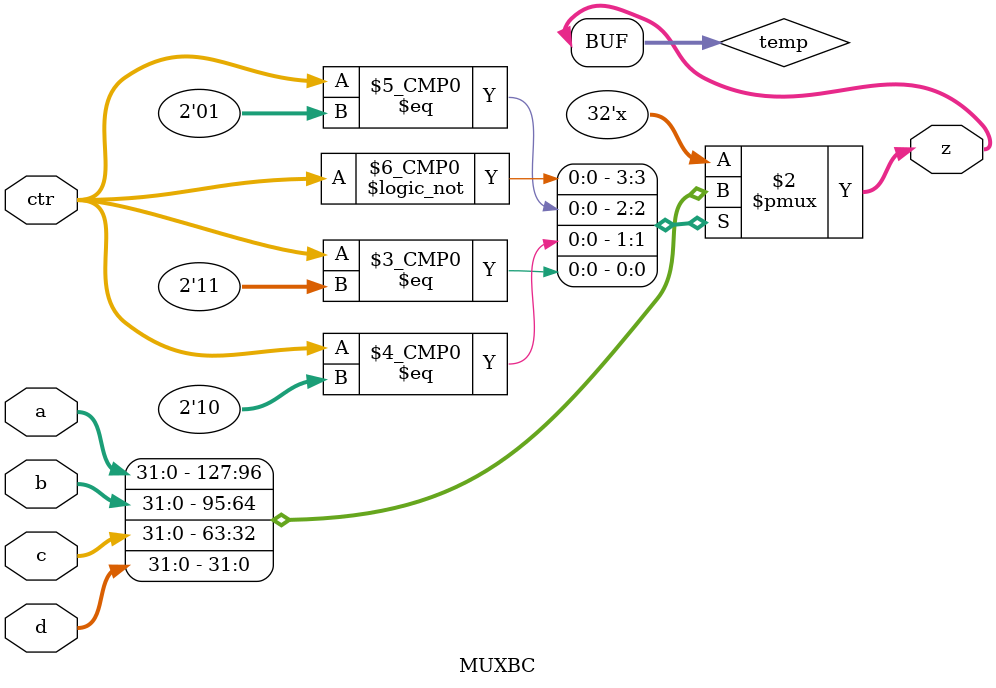
<source format=v>
`timescale 1ns / 1ps


module MUXBC(
    input [31:0]a,
    input [31:0]b,
    input [31:0]c,
    input [31:0]d,
    input [1:0]ctr,
    
    output [31:0] z
    );
    reg [31:0] temp;
        always@(*)begin
            case(ctr)
                2'b00:temp<=a;
                2'b01:temp<=b;
                2'b10:temp<=c;
                2'b11:temp<=d;
            endcase
        end
        assign z=temp;
endmodule

</source>
